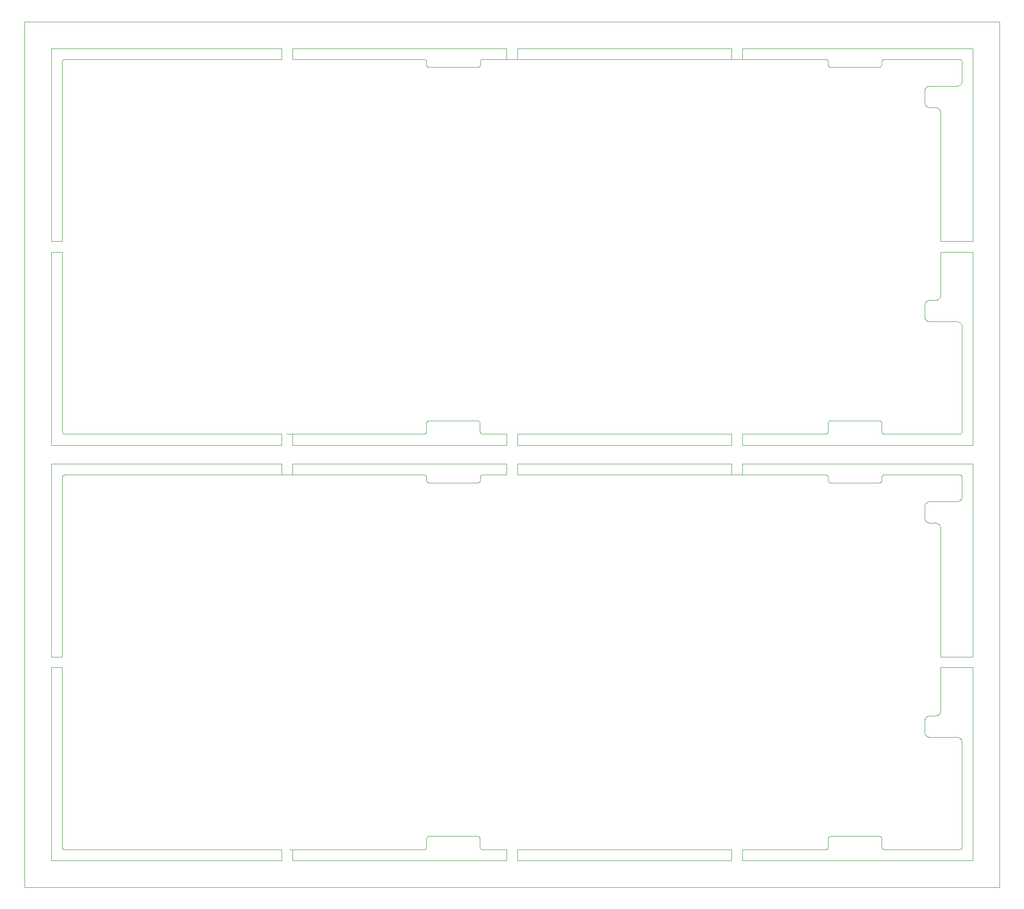
<source format=gbr>
G04 #@! TF.GenerationSoftware,KiCad,Pcbnew,6.0.7*
G04 #@! TF.CreationDate,2022-09-06T12:37:21-05:00*
G04 #@! TF.ProjectId,panel,70616e65-6c2e-46b6-9963-61645f706362,rev?*
G04 #@! TF.SameCoordinates,Original*
G04 #@! TF.FileFunction,Profile,NP*
%FSLAX46Y46*%
G04 Gerber Fmt 4.6, Leading zero omitted, Abs format (unit mm)*
G04 Created by KiCad (PCBNEW 6.0.7) date 2022-09-06 12:37:21*
%MOMM*%
%LPD*%
G01*
G04 APERTURE LIST*
G04 #@! TA.AperFunction,Profile*
%ADD10C,0.100000*%
G04 #@! TD*
G04 APERTURE END LIST*
D10*
X20000000Y-94052664D02*
X20000000Y-58001776D01*
X100136050Y-99817907D02*
X100109259Y-99860892D01*
X99994234Y-167531392D02*
X99997434Y-167556521D01*
X90350318Y-167130036D02*
X90374673Y-167123067D01*
X183559605Y-27105748D02*
X183605644Y-27084595D01*
X189785634Y-91913934D02*
X189825686Y-91882932D01*
X183798701Y-70983082D02*
X183749347Y-70971630D01*
X99950940Y-100897433D02*
X99935005Y-100918200D01*
X90424286Y-167112871D02*
X90449415Y-167109671D01*
X189651372Y-26762311D02*
X189688966Y-26728345D01*
X185000000Y-108607106D02*
X184000000Y-108611776D01*
X175500000Y-92003553D02*
X189500000Y-92001776D01*
X175214365Y-169517487D02*
X175257349Y-169544279D01*
X189673652Y-169575982D02*
X189720197Y-169556008D01*
X99796437Y-101036551D02*
X99749807Y-101060312D01*
X185485301Y-108732759D02*
X185440394Y-108709301D01*
X22302822Y-99647627D02*
X22279802Y-99658203D01*
X165155516Y-167244709D02*
X165193947Y-167211718D01*
X183311033Y-144882313D02*
X183348627Y-144848347D01*
X174525324Y-167107747D02*
X174575713Y-167112871D01*
X189050649Y-71004836D02*
X189000000Y-71003553D01*
X164977069Y-169256787D02*
X164984038Y-169232432D01*
X89997392Y-22449417D02*
X89989727Y-22399353D01*
X189948902Y-22283355D02*
X189924322Y-22239070D01*
X90214365Y-89593171D02*
X90235517Y-89579230D01*
X164575713Y-169601340D02*
X164600649Y-169596870D01*
X164806052Y-169502493D02*
X164844483Y-169469502D01*
X165002565Y-100657690D02*
X165000000Y-100607106D01*
X99749807Y-23456759D02*
X99700949Y-23475517D01*
X90174313Y-89624173D02*
X90214365Y-89593171D01*
X149000000Y-169610644D02*
X164500000Y-169611776D01*
X185979529Y-109405807D02*
X185968077Y-109356453D01*
X174959478Y-167409928D02*
X174977069Y-167457424D01*
X183387894Y-30794328D02*
X183348627Y-30762311D01*
X99700949Y-23475517D02*
X99675851Y-23482953D01*
X174673652Y-167138229D02*
X174697177Y-167147627D01*
X22002565Y-22452968D02*
X22000000Y-22503553D01*
X175002565Y-22452968D02*
X175000000Y-22503553D01*
X22257349Y-91940726D02*
X22302822Y-91963031D01*
X164959478Y-22306375D02*
X164948902Y-22283355D01*
X183428731Y-70824316D02*
X183387894Y-70794328D01*
X164625326Y-91987591D02*
X164673652Y-91972429D01*
X174720197Y-89554650D02*
X174764482Y-89579230D01*
X22350318Y-91980622D02*
X22399350Y-91993317D01*
X186000000Y-109611776D02*
X185998716Y-109556456D01*
X165214365Y-167196724D02*
X165257349Y-167169932D01*
X186000000Y-135606776D02*
X192000000Y-135606776D01*
X175022930Y-169256787D02*
X175040521Y-169304283D01*
X183000000Y-107607106D02*
X183000000Y-105611776D01*
X190000000Y-169107106D02*
X190000000Y-149611776D01*
X22010235Y-100006456D02*
X22005765Y-100031392D01*
X186000000Y-66003553D02*
X186000000Y-58001776D01*
X100000000Y-167607106D02*
X100000000Y-169111776D01*
X183241241Y-27352180D02*
X183275207Y-27314586D01*
X22350318Y-99630036D02*
X22302822Y-99647627D01*
X185101168Y-31008683D02*
X185050649Y-31004836D01*
X165000000Y-90001776D02*
X165002565Y-89952968D01*
X22005765Y-91579266D02*
X22015961Y-91628879D01*
X99806052Y-167211718D02*
X99844483Y-167244709D01*
X90104612Y-89697500D02*
X90137603Y-89659069D01*
X164697177Y-169566584D02*
X164742650Y-169544279D01*
X174968876Y-100780758D02*
X174948902Y-100827303D01*
X183209224Y-27391447D02*
X183241241Y-27352180D01*
X189724792Y-104296072D02*
X189758758Y-104258478D01*
X189879379Y-99781419D02*
X189844483Y-99744709D01*
X89525324Y-169606464D02*
X89550584Y-169604540D01*
X175424286Y-91997787D02*
X175449415Y-92000987D01*
X183652694Y-108544858D02*
X183605644Y-108526063D01*
X183031922Y-105356453D02*
X183045860Y-105307742D01*
X183514698Y-70877899D02*
X183471035Y-70852197D01*
X174673652Y-89534676D02*
X174697177Y-89544074D01*
X185724792Y-144296072D02*
X185758758Y-144258478D01*
X90500000Y-89503553D02*
X99500000Y-89501776D01*
X189994234Y-100031392D02*
X189984038Y-99981779D01*
X99861094Y-23388558D02*
X99818755Y-23419320D01*
X183348627Y-27244794D02*
X183387894Y-27212777D01*
X185918957Y-144001461D02*
X185937752Y-143954411D01*
X164844483Y-99744709D02*
X164825686Y-99727726D01*
X185724792Y-31314586D02*
X185688966Y-31278760D01*
X185724792Y-108918139D02*
X185688966Y-108882313D01*
X183605644Y-144688148D02*
X183652694Y-144669353D01*
X22257349Y-169544279D02*
X22302822Y-169566584D01*
X20000000Y-56001776D02*
X20000000Y-20000000D01*
X185612105Y-108816330D02*
X185571268Y-108786342D01*
X90062826Y-89760902D02*
X90089618Y-89717918D01*
X90002565Y-89952968D02*
X90010235Y-89902903D01*
X183062247Y-27656247D02*
X183081042Y-27609197D01*
X22449415Y-22006118D02*
X22399350Y-22013788D01*
X100137603Y-91848036D02*
X100174313Y-91882932D01*
X174997434Y-100657690D02*
X174989764Y-100707755D01*
X175279802Y-99658203D02*
X175235517Y-99682783D01*
X174989764Y-23104202D02*
X174984038Y-23128879D01*
X183798701Y-144627576D02*
X183848572Y-144618637D01*
X165474675Y-23502911D02*
X165449415Y-23500987D01*
X165000000Y-91503553D02*
X165000000Y-90001776D01*
X164673652Y-91972429D02*
X164697177Y-91963031D01*
X189994869Y-103708274D02*
X189998716Y-103657755D01*
X189500000Y-99607106D02*
X175500000Y-99611776D01*
X90421780Y-101097397D02*
X90396040Y-101092627D01*
X99979445Y-23249990D02*
X99950940Y-23293880D01*
X189879379Y-91829239D02*
X189910381Y-91789187D01*
X183020470Y-147808404D02*
X183011531Y-147758533D01*
X100184036Y-22155503D02*
X100151044Y-22193934D01*
X174862396Y-89659069D02*
X174879379Y-89677866D01*
X183700636Y-108561245D02*
X183652694Y-108544858D01*
X90249990Y-101036567D02*
X90206094Y-101008063D01*
X183348627Y-108365864D02*
X183311033Y-108331898D01*
X175051097Y-169327303D02*
X175075677Y-169371588D01*
X99948902Y-167386908D02*
X99959478Y-167409928D01*
X100089618Y-91789187D02*
X100104612Y-91809605D01*
X185050649Y-31004836D02*
X185000000Y-31003553D01*
X174910381Y-23289187D02*
X174879379Y-23329239D01*
X189918957Y-26397908D02*
X189937752Y-26350858D01*
X89910359Y-99817922D02*
X89879360Y-99777869D01*
X89785634Y-91913934D02*
X89825686Y-91882932D01*
X65000000Y-97552664D02*
X105000000Y-97552664D01*
X174948902Y-23223750D02*
X174924322Y-23268035D01*
X174977069Y-167457424D02*
X174989764Y-167506456D01*
X183005130Y-27902384D02*
X183011531Y-27852125D01*
X165015961Y-89878226D02*
X165031123Y-89829900D01*
X89924298Y-99839074D02*
X89910359Y-99817922D01*
X183471035Y-148455750D02*
X183428731Y-148427869D01*
X174844483Y-167244709D02*
X174862396Y-167262622D01*
X22399350Y-99617341D02*
X22350318Y-99630036D01*
X164825686Y-91882932D02*
X164862396Y-91848036D01*
X89862396Y-91848036D02*
X89895387Y-91809605D01*
X175374673Y-22019514D02*
X175326347Y-22034676D01*
X165174313Y-100986485D02*
X165155516Y-100969502D01*
X183798701Y-30983082D02*
X183749347Y-30971630D01*
X174879379Y-100932792D02*
X174844483Y-100969502D01*
X189440394Y-148709301D02*
X189394355Y-148688148D01*
X89977036Y-22350321D02*
X89959449Y-22302825D01*
X174997434Y-23054137D02*
X174989764Y-23104202D01*
X100077559Y-22326340D02*
X100062398Y-22374669D01*
X164879379Y-99781419D02*
X164844483Y-99744709D01*
X183179236Y-70574821D02*
X183151355Y-70532517D01*
X183700636Y-148561245D02*
X183652694Y-148544858D01*
X183652694Y-27065800D02*
X183700636Y-27049413D01*
X175155516Y-91865949D02*
X175174313Y-91882932D01*
X189897804Y-71563158D02*
X189874346Y-71518251D01*
X89937147Y-22257352D02*
X89924298Y-22235521D01*
X22424286Y-99612871D02*
X22399350Y-99617341D01*
X22075677Y-22239070D02*
X22051097Y-22283355D01*
X164825686Y-99727726D02*
X164785634Y-99696724D01*
X189625326Y-169591144D02*
X189673652Y-169575982D01*
X183001283Y-105556456D02*
X183005130Y-105505937D01*
X189724792Y-148918139D02*
X189688966Y-148882313D01*
X99598709Y-23497256D02*
X99546446Y-23499999D01*
X90206094Y-101008063D02*
X90185326Y-100992128D01*
X189848644Y-71474588D02*
X189820763Y-71432284D01*
X185151427Y-66992021D02*
X185201298Y-66983082D01*
X89999953Y-23000000D02*
X89999313Y-22474676D01*
X174948902Y-89783355D02*
X174959478Y-89806375D01*
X189785634Y-99696724D02*
X189764482Y-99682783D01*
X185201298Y-66983082D02*
X185250652Y-66971630D01*
X165051097Y-167386908D02*
X165062826Y-167364455D01*
X100062398Y-99978222D02*
X100056674Y-100002900D01*
X175089618Y-99821471D02*
X175075677Y-99842623D01*
X99899986Y-23353539D02*
X99861094Y-23388558D01*
X22000000Y-91501776D02*
X22000641Y-91528877D01*
X165000641Y-167581781D02*
X165002565Y-167556521D01*
X175449415Y-169604540D02*
X175500000Y-169607106D01*
X90137603Y-89659069D02*
X90174313Y-89624173D01*
X100000000Y-90003553D02*
X100000000Y-91501776D01*
X183898831Y-30998422D02*
X183848572Y-30992021D01*
X183001283Y-27952903D02*
X183005130Y-27902384D01*
X174764482Y-101031428D02*
X174720197Y-101056008D01*
X63000000Y-22000702D02*
X22500000Y-22001776D01*
X165120620Y-167281419D02*
X165155516Y-167244709D01*
X183949350Y-27004836D02*
X184000000Y-27003553D01*
X175022930Y-91653234D02*
X175040521Y-91700730D01*
X175000641Y-91528877D02*
X175005765Y-91579266D01*
X183700636Y-70957692D02*
X183652694Y-70941305D01*
X99989764Y-89902903D02*
X99994234Y-89927839D01*
X175010235Y-22402903D02*
X175002565Y-22452968D01*
X183209224Y-144995000D02*
X183241241Y-144955733D01*
X99959478Y-167409928D02*
X99977069Y-167457424D01*
X22120620Y-169432792D02*
X22155516Y-169469502D01*
X99840327Y-101008046D02*
X99796437Y-101036551D01*
X89720188Y-22051098D02*
X89697170Y-22040522D01*
X100302822Y-169566584D02*
X100350318Y-169584175D01*
X183749347Y-108575183D02*
X183700636Y-108561245D01*
X100062826Y-169349756D02*
X100089618Y-169392740D01*
X189394355Y-26922510D02*
X189440394Y-26901357D01*
X174989764Y-100707755D02*
X174984038Y-100732432D01*
X174968876Y-23177205D02*
X174948902Y-23223750D01*
X183081042Y-70397908D02*
X183062247Y-70350858D01*
X185528964Y-31154908D02*
X185485301Y-31129206D01*
X90473831Y-101102867D02*
X90421780Y-101097397D01*
X189299363Y-26957692D02*
X189347305Y-26941305D01*
X164785634Y-99696724D02*
X164764482Y-99682783D01*
X164742650Y-22066379D02*
X164697177Y-22044074D01*
X185101168Y-66998422D02*
X185151427Y-66992021D01*
X164994234Y-169182819D02*
X164997434Y-169157690D01*
X175424286Y-22009318D02*
X175374673Y-22019514D01*
X165120620Y-100932792D02*
X165089618Y-100892740D01*
X174742650Y-23440726D02*
X174697177Y-23463031D01*
X189825686Y-22124173D02*
X189785634Y-22093171D01*
X175235517Y-99682783D02*
X175193947Y-99711718D01*
X185848644Y-31474588D02*
X185820763Y-31432284D01*
X175051097Y-99886908D02*
X175040521Y-99909928D01*
X100372787Y-99634665D02*
X100326241Y-99654637D01*
X183151355Y-70532517D02*
X183125653Y-70488854D01*
X175155516Y-99744709D02*
X175120620Y-99781419D01*
X22174313Y-22124173D02*
X22137603Y-22159069D01*
X184000000Y-108611776D02*
X183949350Y-108605822D01*
X183081042Y-105212750D02*
X183102195Y-105166711D01*
X147000000Y-92002261D02*
X147000000Y-94052664D01*
X99977069Y-89853871D02*
X99989764Y-89902903D01*
X175005765Y-91579266D02*
X175015961Y-91628879D01*
X164879379Y-169432792D02*
X164910381Y-169392740D01*
X89742641Y-99666381D02*
X89697170Y-99644075D01*
X189998716Y-71952903D02*
X189994869Y-71902384D01*
X185998716Y-66054202D02*
X186000000Y-66003553D01*
X174575713Y-23497787D02*
X174550584Y-23500987D01*
X185758758Y-66654925D02*
X185790775Y-66615658D01*
X175302822Y-99647627D02*
X175279802Y-99658203D01*
X183605644Y-148526063D02*
X183559605Y-148504910D01*
X100000000Y-169111776D02*
X100002565Y-169157690D01*
X164910381Y-99821471D02*
X164879379Y-99781419D01*
X90302822Y-89544074D02*
X90350318Y-89526483D01*
X165474675Y-101106464D02*
X165424286Y-101101340D01*
X175155516Y-169469502D02*
X175193947Y-169502493D01*
X89994234Y-169182819D02*
X89997434Y-169157690D01*
X165424286Y-89509318D02*
X165474675Y-89504194D01*
X90002696Y-100655818D02*
X90000640Y-100629721D01*
X183045860Y-107906469D02*
X183031922Y-107857758D01*
X107000000Y-99602313D02*
X107000000Y-97552664D01*
X99935005Y-23314647D02*
X99899986Y-23353539D01*
X99742650Y-167169932D02*
X99785634Y-167196724D01*
X189937752Y-26350858D02*
X189954139Y-26302916D01*
X89844483Y-91865949D02*
X89862396Y-91848036D01*
X99625326Y-167123067D02*
X99673652Y-167138229D01*
X189758758Y-104258478D02*
X189790775Y-104219211D01*
X89673646Y-99634677D02*
X89625321Y-99619514D01*
X20000000Y-133606776D02*
X20000000Y-97552664D01*
X183471035Y-108455750D02*
X183428731Y-108427869D01*
X90214365Y-167196724D02*
X90257349Y-167169932D01*
X183001283Y-107657755D02*
X183000000Y-107607106D01*
X147000000Y-94052664D02*
X107000000Y-94052664D01*
X174785634Y-101017487D02*
X174764482Y-101031428D01*
X189201298Y-104586635D02*
X189250652Y-104575183D01*
X89910381Y-91789187D02*
X89937173Y-91746203D01*
X175500000Y-22001776D02*
X175424286Y-22009318D01*
X165302822Y-167147627D02*
X165350318Y-167130036D01*
X164673652Y-99638229D02*
X164625326Y-99623067D01*
X189201298Y-148627576D02*
X189151427Y-148618637D01*
X100550000Y-99601776D02*
X100470730Y-99609312D01*
X189790775Y-71391447D02*
X189758758Y-71352180D01*
X100015961Y-91628879D02*
X100022930Y-91653234D01*
X90040521Y-167409928D02*
X90062826Y-167364455D01*
X185250652Y-66971630D02*
X185299363Y-66957692D01*
X100350318Y-91980622D02*
X100399350Y-91993317D01*
X164948902Y-91723750D02*
X164959478Y-91700730D01*
X183102195Y-67563158D02*
X183125653Y-67518251D01*
X165424286Y-167112871D02*
X165449415Y-167109671D01*
X183471035Y-27154908D02*
X183514698Y-27129206D01*
X189874346Y-149121804D02*
X189848644Y-149078141D01*
X183471035Y-104758461D02*
X183514698Y-104732759D01*
X189347305Y-148669353D02*
X189299363Y-148652966D01*
X183020470Y-105405807D02*
X183031922Y-105356453D01*
X183559605Y-67105748D02*
X183605644Y-67084595D01*
X185050649Y-108608389D02*
X185000000Y-108607106D01*
X189758758Y-71352180D02*
X189724792Y-71314586D01*
X89924298Y-22235521D02*
X89910359Y-22214369D01*
X183241241Y-30654925D02*
X183209224Y-30615658D01*
X189347305Y-26941305D02*
X189394355Y-26922510D01*
X65000000Y-171611776D02*
X65000000Y-169610068D01*
X183605644Y-30922510D02*
X183559605Y-30901357D01*
X183209224Y-104995000D02*
X183241241Y-104955733D01*
X99861094Y-100992111D02*
X99840327Y-101008046D01*
X185440394Y-31105748D02*
X185394355Y-31084595D01*
X189101168Y-26998422D02*
X189151427Y-26992021D01*
X100022930Y-169256787D02*
X100040521Y-169304283D01*
X189500000Y-92001776D02*
X189525324Y-92002911D01*
X183275207Y-67314586D02*
X183311033Y-67278760D01*
X185528964Y-108758461D02*
X185485301Y-108732759D01*
X90022930Y-89853871D02*
X90031123Y-89829900D01*
X189201298Y-71024023D02*
X189151427Y-71015084D01*
X190000000Y-103607106D02*
X190000000Y-100111776D01*
X100097531Y-22279794D02*
X100077559Y-22326340D01*
X65000000Y-94052664D02*
X65000000Y-92002425D01*
X183151355Y-148136070D02*
X183125653Y-148092407D01*
X189895387Y-99801053D02*
X189879379Y-99781419D01*
X189600649Y-22013788D02*
X189550584Y-22006118D01*
X99600649Y-167117341D02*
X99625326Y-167123067D01*
X175005765Y-169182819D02*
X175015961Y-169232432D01*
X189347305Y-104544858D02*
X189394355Y-104526063D01*
X175374673Y-169591144D02*
X175424286Y-169601340D01*
X185299363Y-144561245D02*
X185347305Y-144544858D01*
X22062826Y-99864455D02*
X22051097Y-99886908D01*
X185968077Y-143857758D02*
X185979529Y-143808404D01*
X90370585Y-23482963D02*
X90320809Y-23466791D01*
X165022930Y-23153234D02*
X165015961Y-23128879D01*
X99879379Y-167281419D02*
X99910381Y-167321471D01*
X174999358Y-100632430D02*
X174997434Y-100657690D01*
X183005130Y-30104721D02*
X183001283Y-30054202D01*
X100029400Y-23129404D02*
X100013225Y-23179177D01*
X189984038Y-99981779D02*
X189977069Y-99957424D01*
X183045860Y-27704189D02*
X183062247Y-27656247D01*
X183348627Y-144848347D02*
X183387894Y-144816330D01*
X100015961Y-169232432D02*
X100022930Y-169256787D01*
X165010235Y-89902903D02*
X165015961Y-89878226D01*
X22474675Y-99607747D02*
X22424286Y-99612871D01*
X175051097Y-91723750D02*
X175075677Y-91768035D01*
X22040521Y-22306375D02*
X22022930Y-22353871D01*
X189820763Y-26574821D02*
X189848644Y-26532517D01*
X90235517Y-89579230D02*
X90279802Y-89554650D01*
X183798701Y-104627576D02*
X183848572Y-104618637D01*
X189724792Y-26692519D02*
X189758758Y-26654925D01*
X189575713Y-99612871D02*
X189525324Y-99607747D01*
X165374673Y-89519514D02*
X165399350Y-89513788D01*
X90024438Y-100758064D02*
X90010888Y-100707511D01*
X185201298Y-108627576D02*
X185151427Y-108618637D01*
X100040521Y-91700730D02*
X100062826Y-91746203D01*
X183062247Y-147954411D02*
X183045860Y-147906469D01*
X189485301Y-148732759D02*
X189440394Y-148709301D01*
X185954139Y-31704189D02*
X185937752Y-31656247D01*
X100399350Y-169596870D02*
X100449415Y-169604540D01*
X165015961Y-167481779D02*
X165031123Y-167433453D01*
X190000000Y-26003553D02*
X189999358Y-22478228D01*
X183898831Y-67008683D02*
X183949350Y-67004836D01*
X164785634Y-91913934D02*
X164825686Y-91882932D01*
X89825686Y-169486485D02*
X89844483Y-169469502D01*
X100174313Y-91882932D02*
X100214365Y-91913934D01*
X20000000Y-58001776D02*
X22000000Y-58001776D01*
X183428731Y-108427869D02*
X183387894Y-108397881D01*
X22302822Y-91963031D02*
X22350318Y-91980622D01*
X183125653Y-27518251D02*
X183151355Y-27474588D01*
X63000000Y-171611776D02*
X20000000Y-171611776D01*
X164977069Y-22353871D02*
X164959478Y-22306375D01*
X185394355Y-31084595D02*
X185347305Y-31065800D01*
X175089618Y-22217918D02*
X175075677Y-22239070D01*
X99773433Y-23445489D02*
X99749807Y-23456759D01*
X99625326Y-89519514D02*
X99649681Y-89526483D01*
X164575713Y-91997787D02*
X164625326Y-91987591D01*
X189998716Y-103657755D02*
X190000000Y-103607106D01*
X100052206Y-22424283D02*
X100049007Y-22449414D01*
X175022930Y-99957424D02*
X175010235Y-100006456D01*
X165214365Y-23413934D02*
X165174313Y-23382932D01*
X183275207Y-144918139D02*
X183311033Y-144882313D01*
X89937173Y-91746203D02*
X89959478Y-91700730D01*
X189806052Y-169502493D02*
X189844483Y-169469502D01*
X164550584Y-22006118D02*
X164500000Y-22003553D01*
X174673652Y-23472429D02*
X174625326Y-23487591D01*
X90000640Y-100629721D02*
X90000000Y-100101776D01*
X22051097Y-91723750D02*
X22075677Y-91768035D01*
X183179236Y-67432284D02*
X183209224Y-67391447D01*
X175075677Y-169371588D02*
X175089618Y-169392740D01*
X183000000Y-105611776D02*
X183001283Y-105556456D01*
X175257349Y-22066379D02*
X175214365Y-22093171D01*
X185979529Y-143808404D02*
X185988468Y-143758533D01*
X183081042Y-30397908D02*
X183062247Y-30350858D01*
X183428731Y-144786342D02*
X183471035Y-144758461D01*
X165279802Y-89554650D02*
X165326347Y-89534676D01*
X183011531Y-107758533D02*
X183005130Y-107708274D01*
X165089618Y-89717918D02*
X165104612Y-89697500D01*
X90374673Y-167123067D02*
X90424286Y-167112871D01*
X100056674Y-100002900D02*
X100052206Y-100027836D01*
X165051097Y-100827303D02*
X165040521Y-100804283D01*
X189485301Y-26877899D02*
X189528964Y-26852197D01*
X89825686Y-91882932D02*
X89844483Y-91865949D01*
X189924322Y-22239070D02*
X189910381Y-22217918D01*
X189897804Y-104047500D02*
X189918957Y-104001461D01*
X189954139Y-149307742D02*
X189937752Y-149259800D01*
X183000000Y-147607106D02*
X183000000Y-145611776D01*
X22089618Y-99821471D02*
X22062826Y-99864455D01*
X164879379Y-91829239D02*
X164910381Y-91789187D01*
X164764482Y-99682783D02*
X164720197Y-99658203D01*
X90350318Y-89526483D02*
X90374673Y-89519514D01*
X107000000Y-92003372D02*
X147000000Y-92002261D01*
X175075677Y-91768035D02*
X175089618Y-91789187D01*
X183275207Y-148296072D02*
X183241241Y-148258478D01*
X189977069Y-91653234D02*
X189989764Y-91604202D01*
X100303786Y-99666365D02*
X100260801Y-99693156D01*
X174910381Y-167321471D02*
X174924322Y-167342623D01*
X100045759Y-23026167D02*
X100040284Y-23078214D01*
X90031123Y-167433453D02*
X90040521Y-167409928D01*
X189250652Y-148639028D02*
X189201298Y-148627576D01*
X99725624Y-101070331D02*
X99675851Y-101086506D01*
X175326347Y-22034676D02*
X175302822Y-22044074D01*
X99720197Y-89554650D02*
X99764482Y-89579230D01*
X189651372Y-104365864D02*
X189688966Y-104331898D01*
X189000000Y-104611776D02*
X189050649Y-104605822D01*
X107000000Y-169607580D02*
X147000000Y-169610499D01*
X99624661Y-23493837D02*
X99598709Y-23497256D01*
X183125653Y-70488854D02*
X183102195Y-70443947D01*
X89997434Y-169157690D02*
X90000000Y-169107106D01*
X189101168Y-104601975D02*
X189151427Y-104595574D01*
X63000000Y-97552664D02*
X63000000Y-99606805D01*
X175000000Y-90003553D02*
X175000000Y-91501776D01*
X89994234Y-91579266D02*
X89997434Y-91554137D01*
X183605644Y-104688148D02*
X183652694Y-104669353D01*
X185968077Y-31752900D02*
X185954139Y-31704189D01*
X185937752Y-66350858D02*
X185954139Y-66302916D01*
X100201950Y-22137589D02*
X100184036Y-22155503D01*
X183652694Y-144669353D02*
X183700636Y-144652966D01*
X185937752Y-109259800D02*
X185918957Y-109212750D01*
X174924322Y-100871588D02*
X174910381Y-100892740D01*
X183848572Y-70992021D02*
X183798701Y-70983082D01*
X174500000Y-101107106D02*
X165500000Y-101111776D01*
X185897804Y-31563158D02*
X185874346Y-31518251D01*
X164948902Y-99886908D02*
X164924322Y-99842623D01*
X183005130Y-107708274D02*
X183001283Y-107657755D01*
X175214365Y-22093171D02*
X175174313Y-22124173D01*
X189959478Y-91700730D02*
X189977069Y-91653234D01*
X189394355Y-104526063D02*
X189440394Y-104504910D01*
X189151427Y-26992021D02*
X189201298Y-26983082D01*
X164862396Y-91848036D02*
X164879379Y-91829239D01*
X183348627Y-104848347D02*
X183387894Y-104816330D01*
X189937752Y-71656247D02*
X189918957Y-71609197D01*
X105000000Y-22001899D02*
X107000000Y-22001955D01*
X192000000Y-20000000D02*
X192000000Y-56001776D01*
X185299363Y-66957692D02*
X185347305Y-66941305D01*
X90000000Y-169107106D02*
X90000000Y-167611776D01*
X165075677Y-23268035D02*
X165051097Y-23223750D01*
X99550584Y-167109671D02*
X99600649Y-167117341D01*
X189844483Y-169469502D02*
X189879379Y-169432792D01*
X164785634Y-22093171D02*
X164742650Y-22066379D01*
X90146429Y-100957109D02*
X90128409Y-100938121D01*
X100302822Y-91963031D02*
X100350318Y-91980622D01*
X105000000Y-92003428D02*
X105000000Y-94052664D01*
X175120620Y-91829239D02*
X175155516Y-91865949D01*
X22104612Y-99801053D02*
X22089618Y-99821471D01*
X183081042Y-145212750D02*
X183102195Y-145166711D01*
X90296624Y-101060326D02*
X90249990Y-101036567D01*
X189924322Y-169371588D02*
X189948902Y-169327303D01*
X183798701Y-27024023D02*
X183848572Y-27015084D01*
X185874346Y-109121804D02*
X185848644Y-109078141D01*
X63000000Y-20000000D02*
X63000000Y-22000702D01*
X100040284Y-23078214D02*
X100035512Y-23103952D01*
X183081042Y-27609197D02*
X183102195Y-27563158D01*
X183125653Y-145121804D02*
X183151355Y-145078141D01*
X183428731Y-30824316D02*
X183387894Y-30794328D01*
X183001283Y-67952903D02*
X183005130Y-67902384D01*
X165015961Y-23128879D02*
X165005765Y-23079266D01*
X164785634Y-169517487D02*
X164806052Y-169502493D01*
X22500000Y-99611776D02*
X22474675Y-99607747D01*
X183020470Y-27802254D02*
X183031922Y-27752900D01*
X183848572Y-144618637D02*
X183898831Y-144612236D01*
X65000000Y-92002425D02*
X63882360Y-92002455D01*
X183348627Y-30762311D02*
X183311033Y-30728345D01*
X164697177Y-22044074D02*
X164673652Y-22034676D01*
X90474675Y-89504194D02*
X90500000Y-89503553D01*
X89844467Y-22137606D02*
X89825671Y-22120623D01*
X22500000Y-92003553D02*
X63000000Y-92002478D01*
X175500000Y-99611776D02*
X175474675Y-99607747D01*
X183031922Y-70254205D02*
X183020470Y-70204851D01*
X183005130Y-105505937D02*
X183011531Y-105455678D01*
X100029400Y-100732957D02*
X100013225Y-100782730D01*
X183000000Y-68001776D02*
X183001283Y-67952903D01*
X165374673Y-101091144D02*
X165326347Y-101075982D01*
X186000000Y-58001776D02*
X192000000Y-58001776D01*
X63882360Y-92002455D02*
X89500000Y-92001776D01*
X185612105Y-144397881D02*
X185651372Y-144365864D01*
X165089618Y-23289187D02*
X165075677Y-23268035D01*
X183387894Y-104816330D02*
X183428731Y-104786342D01*
X183209224Y-148219211D02*
X183179236Y-148178374D01*
X22214365Y-99696724D02*
X22174313Y-99727726D01*
X99697177Y-89544074D02*
X99720197Y-89554650D01*
X165155516Y-89641156D02*
X165174313Y-89624173D01*
X174999358Y-23028877D02*
X174997434Y-23054137D01*
X189844483Y-22141156D02*
X189825686Y-22124173D01*
X174910381Y-89717918D02*
X174924322Y-89739070D01*
X99749807Y-101060312D02*
X99725624Y-101070331D01*
X183045860Y-105307742D02*
X183062247Y-105259800D01*
X183428731Y-148427869D02*
X183387894Y-148397881D01*
X22302822Y-169566584D02*
X22350318Y-169584175D01*
X165040521Y-100804283D02*
X165022930Y-100756787D01*
X22022930Y-22353871D02*
X22010235Y-22402903D01*
X183241241Y-108258478D02*
X183209224Y-108219211D01*
X99785634Y-167196724D02*
X99806052Y-167211718D01*
X183241241Y-67352180D02*
X183275207Y-67314586D01*
X100396759Y-22022919D02*
X100372787Y-22031112D01*
X100500000Y-92003553D02*
X105000000Y-92003428D01*
X99675851Y-101086506D02*
X99650399Y-101092618D01*
X185201298Y-31024023D02*
X185151427Y-31015084D01*
X185528964Y-66852197D02*
X185571268Y-66824316D01*
X185612105Y-66794328D02*
X185651372Y-66762311D01*
X99862396Y-167262622D02*
X99879379Y-167281419D01*
X185994869Y-143708274D02*
X185998716Y-143657755D01*
X22015961Y-91628879D02*
X22031123Y-91677205D01*
X183605644Y-27084595D02*
X183652694Y-27065800D01*
X185954139Y-109307742D02*
X185937752Y-109259800D01*
X147000000Y-97552664D02*
X147000000Y-99605647D01*
X22350318Y-22026483D02*
X22302822Y-22044074D01*
X100013225Y-23179177D02*
X100003206Y-23203360D01*
X185000000Y-144611776D02*
X185050649Y-144605822D01*
X185848644Y-109078141D02*
X185820763Y-109035837D01*
X174625326Y-23487591D02*
X174575713Y-23497787D01*
X189612105Y-26794328D02*
X189651372Y-26762311D01*
X65000000Y-169610068D02*
X64374997Y-169610024D01*
X100155516Y-169469502D02*
X100193947Y-169502493D01*
X184000000Y-67003553D02*
X185050649Y-67002269D01*
X183005130Y-147708274D02*
X183001283Y-147657755D01*
X185790775Y-144219211D02*
X185820763Y-144178374D01*
X15000000Y-15000000D02*
X15000000Y-176611776D01*
X185571268Y-108786342D02*
X185528964Y-108758461D01*
X189879379Y-22177866D02*
X189844483Y-22141156D01*
X164525324Y-92002911D02*
X164575713Y-91997787D01*
X89968876Y-169280758D02*
X89984038Y-169232432D01*
X100002565Y-169157690D02*
X100005765Y-169182819D01*
X189988468Y-71852125D02*
X189979529Y-71802254D01*
X185485301Y-144481452D02*
X185528964Y-144455750D01*
X192000000Y-94052664D02*
X149000000Y-94052664D01*
X189688966Y-148882313D02*
X189651372Y-148848347D01*
X189820763Y-71432284D02*
X189790775Y-71391447D01*
X183898831Y-70998422D02*
X183848572Y-70992021D01*
X189977069Y-99957424D02*
X189959478Y-99909928D01*
X175302822Y-22044074D02*
X175257349Y-22066379D01*
X22257349Y-22066379D02*
X22214365Y-22093171D01*
X175302822Y-169566584D02*
X175326347Y-169575982D01*
X89968844Y-99929903D02*
X89948874Y-99883359D01*
X185874346Y-31518251D02*
X185848644Y-31474588D01*
X189977069Y-169256787D02*
X189984038Y-169232432D01*
X183798701Y-108586635D02*
X183749347Y-108575183D01*
X183275207Y-104918139D02*
X183311033Y-104882313D01*
X197000000Y-15000000D02*
X15000000Y-15000000D01*
X100013225Y-100782730D02*
X100003206Y-100806913D01*
X89968876Y-91677205D02*
X89984038Y-91628879D01*
X183001283Y-147657755D02*
X183000000Y-147607106D01*
X90010235Y-89902903D02*
X90022930Y-89853871D01*
X185528964Y-144455750D02*
X185571268Y-144427869D01*
X100097531Y-99883347D02*
X100077559Y-99929893D01*
X22000000Y-22503553D02*
X22000000Y-56001776D01*
X90155516Y-167244709D02*
X90193947Y-167211718D01*
X185968077Y-66254205D02*
X185979529Y-66204851D01*
X165257349Y-23440726D02*
X165214365Y-23413934D01*
X183241241Y-144955733D02*
X183275207Y-144918139D01*
X22214365Y-91913934D02*
X22257349Y-91940726D01*
X183081042Y-148001461D02*
X183062247Y-147954411D01*
X184000000Y-144607106D02*
X185000000Y-144611776D01*
X89989727Y-22399353D02*
X89977036Y-22350321D01*
X183348627Y-67244794D02*
X183387894Y-67212777D01*
X185790775Y-66615658D02*
X185820763Y-66574821D01*
X189910381Y-22217918D02*
X189879379Y-22177866D01*
X183700636Y-104652966D02*
X183749347Y-104639028D01*
X175474675Y-99607747D02*
X175424286Y-99612871D01*
X189994869Y-26104721D02*
X189998716Y-26054202D01*
X183949350Y-148605822D02*
X183898831Y-148601975D01*
X22010235Y-22402903D02*
X22002565Y-22452968D01*
X164625326Y-22019514D02*
X164600649Y-22013788D01*
X185918957Y-66397908D02*
X185937752Y-66350858D01*
X89500000Y-99603553D02*
X22500000Y-99611776D01*
X89697170Y-99644075D02*
X89673646Y-99634677D01*
X189989764Y-91604202D02*
X189997434Y-91554137D01*
X22000000Y-169111776D02*
X22002565Y-169157690D01*
X189790775Y-148995000D02*
X189758758Y-148955733D01*
X183151355Y-145078141D02*
X183179236Y-145035837D01*
X185968077Y-109356453D02*
X185954139Y-109307742D01*
X189250652Y-26971630D02*
X189299363Y-26957692D01*
X164997434Y-91554137D02*
X165000000Y-91503553D01*
X100022930Y-91653234D02*
X100040521Y-91700730D01*
X185651372Y-31244794D02*
X185612105Y-31212777D01*
X183031922Y-107857758D02*
X183020470Y-107808404D01*
X175326347Y-91972429D02*
X175374673Y-91987591D01*
X22000000Y-135606776D02*
X22000000Y-169111776D01*
X174879379Y-89677866D02*
X174910381Y-89717918D01*
X189820763Y-149035837D02*
X189790775Y-148995000D01*
X185758758Y-144258478D02*
X185790775Y-144219211D01*
X174625326Y-167123067D02*
X174673652Y-167138229D01*
X183652694Y-104669353D02*
X183700636Y-104652966D01*
X22449415Y-92000987D02*
X22500000Y-92003553D01*
X189528964Y-148758461D02*
X189485301Y-148732759D01*
X183949350Y-67004836D02*
X184000000Y-67003553D01*
X189848644Y-104136070D02*
X189874346Y-104092407D01*
X183749347Y-148575183D02*
X183700636Y-148561245D01*
X183005130Y-70104721D02*
X183001283Y-70054202D01*
X189848644Y-26532517D02*
X189874346Y-26488854D01*
X174500000Y-167111776D02*
X174525324Y-167107747D01*
X189500000Y-169611776D02*
X189525324Y-169606464D01*
X183000000Y-70003553D02*
X183000000Y-68001776D01*
X107000000Y-94052664D02*
X107000000Y-92003372D01*
X189299363Y-104561245D02*
X189347305Y-104544858D01*
X90080641Y-23272323D02*
X90054469Y-23226998D01*
X189250652Y-71035475D02*
X189201298Y-71024023D01*
X164600649Y-99617341D02*
X164575713Y-99612871D01*
X100104612Y-169413158D02*
X100120620Y-169432792D01*
X189968077Y-71752900D02*
X189954139Y-71704189D01*
X183179236Y-108178374D02*
X183151355Y-108136070D01*
X99895387Y-89697500D02*
X99910381Y-89717918D01*
X100281954Y-22075663D02*
X100240381Y-22104597D01*
X89697177Y-91963031D02*
X89720197Y-91952455D01*
X183125653Y-108092407D02*
X183102195Y-108047500D01*
X174825686Y-89624173D02*
X174862396Y-89659069D01*
X189937752Y-149259800D02*
X189918957Y-149212750D01*
X185988468Y-66154980D02*
X185994869Y-66104721D01*
X189968077Y-103857758D02*
X189979529Y-103808404D01*
X99525324Y-167107747D02*
X99550584Y-167109671D01*
X185874346Y-66488854D02*
X185897804Y-66443947D01*
X185347305Y-31065800D02*
X185299363Y-31049413D01*
X189720197Y-99658203D02*
X189673652Y-99638229D01*
X189528964Y-104455750D02*
X189571268Y-104427869D01*
X165174313Y-23382932D02*
X165155516Y-23365949D01*
X20000000Y-20000000D02*
X63000000Y-20000000D01*
X89806039Y-99708167D02*
X89785622Y-99693173D01*
X183311033Y-148331898D02*
X183275207Y-148296072D01*
X99818755Y-23419320D02*
X99773433Y-23445489D01*
X183179236Y-148178374D02*
X183151355Y-148136070D01*
X90137603Y-167262622D02*
X90155516Y-167244709D01*
X189612105Y-148816330D02*
X189571268Y-148786342D01*
X189625326Y-91987591D02*
X189673652Y-91972429D01*
X165022930Y-100756787D02*
X165010235Y-100707755D01*
X164673652Y-169575982D02*
X164697177Y-169566584D01*
X175302822Y-91963031D02*
X175326347Y-91972429D01*
X89984038Y-91628879D02*
X89994234Y-91579266D01*
X183179236Y-30574821D02*
X183151355Y-30532517D01*
X189994869Y-149505937D02*
X189988468Y-149455678D01*
X100201950Y-99741142D02*
X100167053Y-99777853D01*
X185994869Y-31902384D02*
X185988468Y-31852125D01*
X89844483Y-169469502D02*
X89879379Y-169432792D01*
X22051097Y-22283355D02*
X22040521Y-22306375D01*
X22089618Y-169392740D02*
X22120620Y-169432792D01*
X183514698Y-148481452D02*
X183471035Y-148455750D01*
X89977036Y-99953874D02*
X89968844Y-99929903D01*
X165500000Y-167107106D02*
X174500000Y-167111776D01*
X100077559Y-99929893D02*
X100062398Y-99978222D01*
X183241241Y-148258478D02*
X183209224Y-148219211D01*
X149000000Y-99605814D02*
X149000000Y-97552664D01*
X185151427Y-31015084D02*
X185101168Y-31008683D01*
X184000000Y-27003553D02*
X189050649Y-27002269D01*
X89997392Y-100052970D02*
X89989727Y-100002906D01*
X90054469Y-100830551D02*
X90033178Y-100782740D01*
X63000000Y-169609928D02*
X63000000Y-171611776D01*
X183125653Y-67518251D02*
X183151355Y-67474588D01*
X183151355Y-67474588D02*
X183179236Y-67432284D01*
X65000000Y-20000000D02*
X105000000Y-20000000D01*
X165051097Y-23223750D02*
X165040521Y-23200730D01*
X174697177Y-89544074D02*
X174720197Y-89554650D01*
X164959478Y-91700730D02*
X164977069Y-91653234D01*
X183005130Y-67902384D02*
X183011531Y-67852125D01*
X185758758Y-108955733D02*
X185724792Y-108918139D01*
X100040284Y-100681767D02*
X100029400Y-100732957D01*
X183514698Y-104732759D02*
X183559605Y-104709301D01*
X175374673Y-91987591D02*
X175424286Y-91997787D01*
X175010235Y-100006456D02*
X175002565Y-100056521D01*
X185954139Y-143906469D02*
X185968077Y-143857758D01*
X89959449Y-22302825D02*
X89937147Y-22257352D01*
X164997434Y-22452968D02*
X164989764Y-22402903D01*
X183062247Y-67656247D02*
X183081042Y-67609197D01*
X189528964Y-26852197D02*
X189571268Y-26824316D01*
X165104612Y-167301053D02*
X165120620Y-167281419D01*
X99937173Y-167364455D02*
X99948902Y-167386908D01*
X183011531Y-147758533D02*
X183005130Y-147708274D01*
X189394355Y-71084595D02*
X189347305Y-71065800D01*
X189758758Y-26654925D02*
X189790775Y-26615658D01*
X165500000Y-23501776D02*
X165474675Y-23502911D01*
X174997434Y-89952968D02*
X175000000Y-90003553D01*
X100521121Y-22000639D02*
X100495861Y-22002560D01*
X20000000Y-171611776D02*
X20000000Y-135606776D01*
X164720197Y-91952455D02*
X164764482Y-91927875D01*
X183000000Y-145611776D02*
X183001283Y-145556456D01*
X183031922Y-145356453D02*
X183045860Y-145307742D01*
X185994869Y-109505937D02*
X185988468Y-109455678D01*
X22399350Y-169596870D02*
X22449415Y-169604540D01*
X22500000Y-22001776D02*
X22449415Y-22006118D01*
X185994869Y-66104721D02*
X185998716Y-66054202D01*
X100049007Y-22449414D02*
X100046447Y-22499999D01*
X185688966Y-66728345D02*
X185724792Y-66692519D01*
X185954139Y-66302916D02*
X185968077Y-66254205D01*
X175051097Y-22283355D02*
X175040521Y-22306375D01*
X90320809Y-23466791D02*
X90272995Y-23445504D01*
X185688966Y-144331898D02*
X185724792Y-144296072D01*
X147000000Y-22003066D02*
X149000000Y-22003122D01*
X99844483Y-167244709D02*
X99862396Y-167262622D01*
X100122110Y-22235507D02*
X100097531Y-22279794D01*
X165257349Y-101044279D02*
X165214365Y-101017487D01*
X185998716Y-143657755D02*
X186000000Y-143607106D01*
X99575713Y-89509318D02*
X99625326Y-89519514D01*
X189897804Y-149166711D02*
X189874346Y-149121804D01*
X149000000Y-20000000D02*
X192000000Y-20000000D01*
X165214365Y-101017487D02*
X165174313Y-100986485D01*
X89600649Y-169596870D02*
X89649681Y-169584175D01*
X183559605Y-148504910D02*
X183514698Y-148481452D01*
X183387894Y-70794328D02*
X183348627Y-70762311D01*
X165075677Y-100871588D02*
X165051097Y-100827303D01*
X183011531Y-27852125D02*
X183020470Y-27802254D01*
X183798701Y-67024023D02*
X183848572Y-67015084D01*
X164989764Y-22402903D02*
X164977069Y-22353871D01*
X185050649Y-144605822D02*
X185101168Y-144601975D01*
X65000000Y-22000649D02*
X65000000Y-20000000D01*
X147000000Y-99605647D02*
X149000000Y-99605814D01*
X100120620Y-169432792D02*
X100155516Y-169469502D01*
X174575713Y-101101340D02*
X174525324Y-101106464D01*
X189050649Y-148608389D02*
X189000000Y-148607106D01*
X22155516Y-169469502D02*
X22193947Y-169502493D01*
X165120620Y-89677866D02*
X165155516Y-89641156D01*
X174977069Y-89853871D02*
X174989764Y-89902903D01*
X100214365Y-169517487D02*
X100257349Y-169544279D01*
X183848572Y-67015084D02*
X183898831Y-67008683D01*
X175002565Y-169157690D02*
X175005765Y-169182819D01*
X183081042Y-108001461D02*
X183062247Y-107954411D01*
X90031123Y-89829900D02*
X90040521Y-89806375D01*
X175279802Y-91952455D02*
X175302822Y-91963031D01*
X183031922Y-27752900D02*
X183045860Y-27704189D01*
X99910381Y-167321471D02*
X99937173Y-167364455D01*
X174844483Y-100969502D02*
X174825686Y-100986485D01*
X183311033Y-70728345D02*
X183275207Y-70692519D01*
X185485301Y-31129206D02*
X185440394Y-31105748D01*
X89879360Y-99777869D02*
X89844467Y-99741159D01*
X165235517Y-89579230D02*
X165279802Y-89554650D01*
X89720197Y-169556008D02*
X89742650Y-169544279D01*
X175174313Y-91882932D02*
X175214365Y-91913934D01*
X164625326Y-169591144D02*
X164673652Y-169575982D01*
X189959478Y-99909928D02*
X189948902Y-99886908D01*
X174525324Y-101106464D02*
X174500000Y-101107106D01*
X183898831Y-27008683D02*
X183949350Y-27004836D01*
X183749347Y-30971630D02*
X183700636Y-30957692D01*
X99598709Y-101100809D02*
X99546446Y-101103552D01*
X189825686Y-91882932D02*
X189844483Y-91865949D01*
X189764482Y-99682783D02*
X189720197Y-99658203D01*
X22000000Y-58001776D02*
X22000000Y-91501776D01*
X189764482Y-91927875D02*
X189785634Y-91913934D01*
X185988468Y-31852125D02*
X185979529Y-31802254D01*
X100050000Y-100601776D02*
X100040284Y-100681767D01*
X22302822Y-22044074D02*
X22257349Y-22066379D01*
X165326347Y-101075982D02*
X165302822Y-101066584D01*
X185151427Y-144595574D02*
X185201298Y-144586635D01*
X63000000Y-94052664D02*
X20000000Y-94052664D01*
X100449415Y-169604540D02*
X100500000Y-169607106D01*
X175000000Y-169111776D02*
X175002565Y-169157690D01*
X189844483Y-99744709D02*
X189825686Y-99727726D01*
X89575713Y-91997787D02*
X89600649Y-91993317D01*
X183848572Y-104618637D02*
X183898831Y-104612236D01*
X90033178Y-100782740D02*
X90024438Y-100758064D01*
X185440394Y-144504910D02*
X185485301Y-144481452D01*
X184000000Y-148611776D02*
X183949350Y-148605822D01*
X149000000Y-97552664D02*
X192000000Y-97552664D01*
X174984038Y-100732432D02*
X174968876Y-100780758D01*
X100240381Y-99708150D02*
X100201950Y-99741142D01*
X189528964Y-71154908D02*
X189485301Y-71129206D01*
X22449415Y-169604540D02*
X22500000Y-169607106D01*
X189151427Y-104595574D02*
X189201298Y-104586635D01*
X165002565Y-89952968D02*
X165010235Y-89902903D01*
X189844483Y-91865949D02*
X189879379Y-91829239D01*
X183311033Y-104882313D02*
X183348627Y-104848347D01*
X185988468Y-109455678D02*
X185979529Y-109405807D01*
X174806052Y-167211718D02*
X174844483Y-167244709D01*
X185979529Y-66204851D02*
X185988468Y-66154980D01*
X165279802Y-167158203D02*
X165302822Y-167147627D01*
X89785622Y-22089620D02*
X89764471Y-22075679D01*
X99825686Y-89624173D02*
X99862396Y-89659069D01*
X175000000Y-167607106D02*
X175000000Y-169111776D01*
X165399350Y-89513788D02*
X165424286Y-89509318D01*
X189625326Y-22019514D02*
X189600649Y-22013788D01*
X100151044Y-22193934D02*
X100122110Y-22235507D01*
X189988468Y-103758533D02*
X189994869Y-103708274D01*
X189825686Y-99727726D02*
X189785634Y-99696724D01*
X165193947Y-167211718D02*
X165214365Y-167196724D01*
X189651372Y-71244794D02*
X189612105Y-71212777D01*
X183700636Y-67049413D02*
X183749347Y-67035475D01*
X189994234Y-169182819D02*
X189997434Y-169157690D01*
X99546446Y-23499999D02*
X90500000Y-23501776D01*
X165051097Y-89783355D02*
X165062826Y-89760902D01*
X189651372Y-148848347D02*
X189612105Y-148816330D01*
X22040521Y-99909928D02*
X22022930Y-99957424D01*
X164959478Y-99909928D02*
X164948902Y-99886908D01*
X183179236Y-27432284D02*
X183209224Y-27391447D01*
X183062247Y-107954411D02*
X183045860Y-107906469D01*
X90010888Y-100707511D02*
X90002696Y-100655818D01*
X165424286Y-101101340D02*
X165374673Y-101091144D01*
X89895387Y-91809605D02*
X89910381Y-91789187D01*
X89500000Y-92001776D02*
X89525324Y-92002911D01*
X183652694Y-70941305D02*
X183605644Y-70922510D01*
X107000000Y-22001955D02*
X107000000Y-20000000D01*
X174575713Y-167112871D02*
X174625326Y-167123067D01*
X100240381Y-22104597D02*
X100201950Y-22137589D01*
X165000000Y-100607106D02*
X164999358Y-100081781D01*
X189101168Y-71008683D02*
X189050649Y-71004836D01*
X165000000Y-22501776D02*
X164997434Y-22452968D01*
X183062247Y-105259800D02*
X183081042Y-105212750D01*
X165120620Y-23329239D02*
X165089618Y-23289187D01*
X89879360Y-22174316D02*
X89844467Y-22137606D01*
X99546446Y-101103552D02*
X90500000Y-101101776D01*
X189820763Y-104178374D02*
X189848644Y-104136070D01*
X185820763Y-31432284D02*
X185790775Y-31391447D01*
X183151355Y-30532517D02*
X183125653Y-30488854D01*
X174625326Y-89519514D02*
X174673652Y-89534676D01*
X185347305Y-66941305D02*
X185394355Y-66922510D01*
X99997434Y-89952968D02*
X100000000Y-90003553D01*
X175040521Y-99909928D02*
X175022930Y-99957424D01*
X165399350Y-23493317D02*
X165374673Y-23487591D01*
X185688966Y-108882313D02*
X185651372Y-108848347D01*
X99673652Y-167138229D02*
X99697177Y-167147627D01*
X183949350Y-144608389D02*
X184000000Y-144607106D01*
X183348627Y-148365864D02*
X183311033Y-148331898D01*
X183020470Y-67802254D02*
X183031922Y-67752900D01*
X174924322Y-89739070D02*
X174948902Y-89783355D01*
X90022930Y-167457424D02*
X90031123Y-167433453D01*
X185571268Y-66824316D02*
X185612105Y-66794328D01*
X90054469Y-23226998D02*
X90033178Y-23179187D01*
X90302822Y-167147627D02*
X90350318Y-167130036D01*
X189697177Y-22044074D02*
X189673652Y-22034676D01*
X100326241Y-22051084D02*
X100281954Y-22075663D01*
X183387894Y-108397881D02*
X183348627Y-108365864D01*
X183514698Y-67129206D02*
X183559605Y-67105748D01*
X185612105Y-31212777D02*
X185571268Y-31182789D01*
X175000000Y-91501776D02*
X175000641Y-91528877D01*
X185571268Y-31182789D02*
X185528964Y-31154908D01*
X22104612Y-22197500D02*
X22075677Y-22239070D01*
X164989764Y-91604202D02*
X164997434Y-91554137D01*
X189984038Y-169232432D02*
X189994234Y-169182819D01*
X189874346Y-104092407D02*
X189897804Y-104047500D01*
X174550584Y-23500987D02*
X174500000Y-23503553D01*
X165155516Y-23365949D02*
X165120620Y-23329239D01*
X99937173Y-89760902D02*
X99948902Y-89783355D01*
X174673652Y-101075982D02*
X174625326Y-101091144D01*
X99979445Y-100853543D02*
X99950940Y-100897433D01*
X164997434Y-169157690D02*
X165000000Y-169107106D01*
X189575713Y-91997787D02*
X189625326Y-91987591D01*
X189673652Y-91972429D02*
X189697177Y-91963031D01*
X185918957Y-31609197D02*
X185897804Y-31563158D01*
X174785634Y-23413934D02*
X174764482Y-23427875D01*
X192000000Y-135606776D02*
X192000000Y-171611776D01*
X174764482Y-89579230D02*
X174785634Y-89593171D01*
X189994234Y-22427839D02*
X189984038Y-22378226D01*
X90089618Y-167321471D02*
X90120620Y-167281419D01*
X99959478Y-89806375D02*
X99977069Y-89853871D01*
X174948902Y-167386908D02*
X174959478Y-167409928D01*
X174764482Y-23427875D02*
X174742650Y-23440726D01*
X174742650Y-167169932D02*
X174785634Y-167196724D01*
X183311033Y-108331898D02*
X183275207Y-108296072D01*
X189688966Y-71278760D02*
X189651372Y-71244794D01*
X100000641Y-91528877D02*
X100005765Y-91579266D01*
X185688966Y-31278760D02*
X185651372Y-31244794D01*
X89550582Y-22002565D02*
X89525323Y-22000641D01*
X107000000Y-171611776D02*
X107000000Y-169607580D01*
X183020470Y-30204851D02*
X183011531Y-30154980D01*
X185820763Y-66574821D02*
X185848644Y-66532517D01*
X89600649Y-91993317D02*
X89649681Y-91980622D01*
X183062247Y-145259800D02*
X183081042Y-145212750D01*
X189910381Y-91789187D02*
X189937173Y-91746203D01*
X164924322Y-22239070D02*
X164910381Y-22217918D01*
X185820763Y-144178374D02*
X185848644Y-144136070D01*
X183898831Y-108601975D02*
X183848572Y-108595574D01*
X183151355Y-105078141D02*
X183179236Y-105035837D01*
X183045860Y-30302916D02*
X183031922Y-30254205D01*
X63000000Y-92002478D02*
X63000000Y-94052664D01*
X100260801Y-99693156D02*
X100240381Y-99708150D01*
X89895387Y-169413158D02*
X89910381Y-169392740D01*
X175000000Y-22503553D02*
X174999358Y-23028877D01*
X189571268Y-71182789D02*
X189528964Y-71154908D01*
X100062398Y-22374669D02*
X100052206Y-22424283D01*
X165500000Y-101111776D02*
X165474675Y-101106464D01*
X189790775Y-104219211D02*
X189820763Y-104178374D01*
X99948902Y-89783355D02*
X99959478Y-89806375D01*
X185651372Y-66762311D02*
X185688966Y-66728345D01*
X175137603Y-169451589D02*
X175155516Y-169469502D01*
X90095470Y-100897449D02*
X90080641Y-100875876D01*
X189997434Y-100056521D02*
X189994234Y-100031392D01*
X183020470Y-145405807D02*
X183031922Y-145356453D01*
X90279802Y-89554650D02*
X90302822Y-89544074D01*
X89825671Y-22120623D02*
X89785622Y-22089620D01*
X189764482Y-22079230D02*
X189742650Y-22066379D01*
X189764482Y-169531428D02*
X189806052Y-169502493D01*
X183001283Y-145556456D02*
X183005130Y-145505937D01*
X189151427Y-148618637D02*
X189101168Y-148612236D01*
X185937752Y-143954411D02*
X185954139Y-143906469D01*
X189997434Y-169157690D02*
X190000000Y-169107106D01*
X165000000Y-169107106D02*
X165000641Y-167581781D01*
X183848572Y-148595574D02*
X183798701Y-148586635D01*
X90002565Y-167556521D02*
X90010235Y-167506456D01*
X22000000Y-133606776D02*
X20000000Y-133606776D01*
X175089618Y-169392740D02*
X175120620Y-169432792D01*
X189997434Y-91554137D02*
X190000000Y-91503553D01*
X183275207Y-108296072D02*
X183241241Y-108258478D01*
X189954139Y-26302916D02*
X189968077Y-26254205D01*
X164910381Y-169392740D02*
X164937173Y-169349756D01*
X175015961Y-91628879D02*
X175022930Y-91653234D01*
X183001283Y-70054202D02*
X183000000Y-70003553D01*
X100235517Y-91927875D02*
X100279802Y-91952455D01*
X183102195Y-145166711D02*
X183125653Y-145121804D01*
X183471035Y-70852197D02*
X183428731Y-70824316D01*
X100449415Y-92000987D02*
X100500000Y-92003553D01*
X183020470Y-107808404D02*
X183011531Y-107758533D01*
X183428731Y-104786342D02*
X183471035Y-104758461D01*
X90500000Y-101101776D02*
X90473831Y-101102867D01*
X100046447Y-22499999D02*
X100050000Y-23001776D01*
X147000000Y-169610499D02*
X147000000Y-171611776D01*
X189612105Y-104397881D02*
X189651372Y-104365864D01*
X189101168Y-148612236D02*
X189050649Y-148608389D01*
X189988468Y-26154980D02*
X189994869Y-26104721D01*
X183848572Y-27015084D02*
X183898831Y-27008683D01*
X164600649Y-22013788D02*
X164550584Y-22006118D01*
X183848572Y-30992021D02*
X183798701Y-30983082D01*
X185897804Y-144047500D02*
X185918957Y-144001461D01*
X189959478Y-169304283D02*
X189977069Y-169256787D01*
X99785634Y-89593171D02*
X99825686Y-89624173D01*
X22022930Y-99957424D02*
X22010235Y-100006456D01*
X175235517Y-91927875D02*
X175279802Y-91952455D01*
X22500000Y-169607106D02*
X63000000Y-169609928D01*
X175193947Y-169502493D02*
X175214365Y-169517487D01*
X90033178Y-23179187D02*
X90024438Y-23154511D01*
X22137603Y-91848036D02*
X22174313Y-91882932D01*
X89697177Y-169566584D02*
X89720197Y-169556008D01*
X164844483Y-22141156D02*
X164825686Y-22124173D01*
X64374997Y-169610024D02*
X89500000Y-169611776D01*
X183949350Y-108605822D02*
X183898831Y-108601975D01*
X183102195Y-105166711D02*
X183125653Y-105121804D01*
X22214365Y-22093171D02*
X22174313Y-22124173D01*
X99650399Y-101092618D02*
X99598709Y-101100809D01*
X175022930Y-22353871D02*
X175010235Y-22402903D01*
X175350318Y-99630036D02*
X175302822Y-99647627D01*
X174500000Y-23503553D02*
X165500000Y-23501776D01*
X189937752Y-103954411D02*
X189954139Y-103906469D01*
X99950940Y-23293880D02*
X99935005Y-23314647D01*
X183081042Y-67609197D02*
X183102195Y-67563158D01*
X100062826Y-91746203D02*
X100089618Y-91789187D01*
X183011531Y-70154980D02*
X183005130Y-70104721D01*
X164720197Y-99658203D02*
X164673652Y-99638229D01*
X189785634Y-22093171D02*
X189764482Y-22079230D01*
X183011531Y-105455678D02*
X183020470Y-105405807D01*
X189968077Y-149356453D02*
X189954139Y-149307742D01*
X185250652Y-31035475D02*
X185201298Y-31024023D01*
X22214365Y-169517487D02*
X22257349Y-169544279D01*
X189924322Y-99842623D02*
X189895387Y-99801053D01*
X175193947Y-99711718D02*
X175155516Y-99744709D01*
X105000000Y-171611776D02*
X65000000Y-171611776D01*
X90000000Y-100101776D02*
X89997392Y-100052970D01*
X189571268Y-148786342D02*
X189528964Y-148758461D01*
X183275207Y-30692519D02*
X183241241Y-30654925D01*
X183011531Y-145455678D02*
X183020470Y-145405807D01*
X189299363Y-71049413D02*
X189250652Y-71035475D01*
X183241241Y-70654925D02*
X183209224Y-70615658D01*
X89785634Y-169517487D02*
X89825686Y-169486485D01*
X185485301Y-66877899D02*
X185528964Y-66852197D01*
X185897804Y-109166711D02*
X185874346Y-109121804D01*
X164999358Y-100081781D02*
X164994234Y-100031392D01*
X90120620Y-167281419D02*
X90137603Y-167262622D01*
X183045860Y-67704189D02*
X183062247Y-67656247D01*
X183471035Y-144758461D02*
X183514698Y-144732759D01*
X174959478Y-89806375D02*
X174977069Y-89853871D01*
X189571268Y-104427869D02*
X189612105Y-104397881D01*
X174575713Y-89509318D02*
X174625326Y-89519514D01*
X164924322Y-99842623D02*
X164910381Y-99821471D01*
X183125653Y-30488854D02*
X183102195Y-30443947D01*
X185979529Y-31802254D02*
X185968077Y-31752900D01*
X89525323Y-22000641D02*
X65000000Y-22000649D01*
X164977069Y-99957424D02*
X164959478Y-99909928D01*
X90449415Y-167109671D02*
X90500000Y-167107106D01*
X189688966Y-104331898D02*
X189724792Y-104296072D01*
X174625326Y-101091144D02*
X174575713Y-101101340D01*
X183700636Y-27049413D02*
X183749347Y-27035475D01*
X183001283Y-30054202D02*
X183000000Y-30003553D01*
X174924322Y-23268035D02*
X174910381Y-23289187D01*
X189525324Y-99607747D02*
X189500000Y-99607106D01*
X89525324Y-92002911D02*
X89575713Y-91997787D01*
X185820763Y-109035837D02*
X185790775Y-108995000D01*
X189937173Y-91746203D02*
X189959478Y-91700730D01*
X22174313Y-91882932D02*
X22214365Y-91913934D01*
X189948902Y-169327303D02*
X189959478Y-169304283D01*
X189000000Y-148607106D02*
X184000000Y-148611776D01*
X90040521Y-89806375D02*
X90062826Y-89760902D01*
X90010235Y-167506456D02*
X90022930Y-167457424D01*
X165449415Y-167109671D02*
X165500000Y-167107106D01*
X100003206Y-100806913D02*
X99979445Y-100853543D01*
X100167053Y-99777853D02*
X100136050Y-99817907D01*
X100372787Y-22031112D02*
X100326241Y-22051084D01*
X174697177Y-167147627D02*
X174742650Y-167169932D01*
X190000000Y-100111776D02*
X189997434Y-100056521D01*
X183605644Y-70922510D02*
X183559605Y-70901357D01*
X183062247Y-70350858D02*
X183045860Y-70302916D01*
X105000000Y-169607434D02*
X105000000Y-171611776D01*
X107000000Y-20000000D02*
X147000000Y-20000000D01*
X89600645Y-22010235D02*
X89550582Y-22002565D01*
X189625326Y-99623067D02*
X189575713Y-99612871D01*
X100040521Y-169304283D02*
X100062826Y-169349756D01*
X89879379Y-169432792D02*
X89895387Y-169413158D01*
X100000000Y-91501776D02*
X100000641Y-91528877D01*
X183387894Y-148397881D02*
X183348627Y-148365864D01*
X183011531Y-30154980D02*
X183005130Y-30104721D01*
X89785622Y-99693173D02*
X89742641Y-99666381D01*
X185790775Y-108995000D02*
X185758758Y-108955733D01*
X175326347Y-169575982D02*
X175374673Y-169591144D01*
X189673652Y-22034676D02*
X189625326Y-22019514D01*
X165302822Y-101066584D02*
X165257349Y-101044279D01*
X22000000Y-56001776D02*
X20000000Y-56001776D01*
X197000000Y-176611776D02*
X197000000Y-15000000D01*
X164994234Y-100031392D02*
X164984038Y-99981779D01*
X175120620Y-99781419D02*
X175089618Y-99821471D01*
X22137603Y-99762622D02*
X22104612Y-99801053D01*
X185651372Y-108848347D02*
X185612105Y-108816330D01*
X164600649Y-169596870D02*
X164625326Y-169591144D01*
X164673652Y-22034676D02*
X164625326Y-22019514D01*
X22051097Y-99886908D02*
X22040521Y-99909928D01*
X99910381Y-89717918D02*
X99937173Y-89760902D01*
X90257349Y-167169932D02*
X90302822Y-167147627D01*
X175075677Y-99842623D02*
X175051097Y-99886908D01*
X189979529Y-103808404D02*
X189988468Y-103758533D01*
X183428731Y-27182789D02*
X183471035Y-27154908D01*
X189998716Y-149556456D02*
X189994869Y-149505937D01*
X89575711Y-99609318D02*
X89525323Y-99604194D01*
X174997434Y-167556521D02*
X175000000Y-167607106D01*
X183700636Y-144652966D02*
X183749347Y-144639028D01*
X164984038Y-169232432D02*
X164994234Y-169182819D01*
X185440394Y-66901357D02*
X185485301Y-66877899D01*
X22235517Y-99682783D02*
X22214365Y-99696724D01*
X89959478Y-169304283D02*
X89968876Y-169280758D01*
X107000000Y-97552664D02*
X147000000Y-97552664D01*
X189525324Y-169606464D02*
X189575713Y-169601340D01*
X89649681Y-91980622D02*
X89697177Y-91963031D01*
X165010235Y-100707755D02*
X165002565Y-100657690D01*
X100047086Y-100078227D02*
X100050000Y-100601776D01*
X15000000Y-176611776D02*
X197000000Y-176611776D01*
X183000000Y-30003553D02*
X183000000Y-28001776D01*
X164625326Y-99623067D02*
X164600649Y-99617341D01*
X183311033Y-67278760D02*
X183348627Y-67244794D01*
X183209224Y-70615658D02*
X183179236Y-70574821D01*
X165002565Y-167556521D02*
X165010235Y-167506456D01*
X185937752Y-31656247D02*
X185918957Y-31609197D01*
X164844483Y-169469502D02*
X164862396Y-169451589D01*
X22399350Y-22013788D02*
X22350318Y-22026483D01*
X183045860Y-70302916D02*
X183031922Y-70254205D01*
X189697177Y-91963031D02*
X189720197Y-91952455D01*
X183559605Y-70901357D02*
X183514698Y-70877899D01*
X174785634Y-167196724D02*
X174806052Y-167211718D01*
X189874346Y-71518251D02*
X189848644Y-71474588D01*
X174879379Y-23329239D02*
X174844483Y-23365949D01*
X149000000Y-94052664D02*
X149000000Y-92002206D01*
X185250652Y-144575183D02*
X185299363Y-144561245D01*
X90193947Y-167211718D02*
X90214365Y-167196724D01*
X183209224Y-108219211D02*
X183179236Y-108178374D01*
X89525323Y-99604194D02*
X89500000Y-99603553D01*
X174879379Y-167281419D02*
X174910381Y-167321471D01*
X89720197Y-91952455D02*
X89764482Y-91927875D01*
X185724792Y-66692519D02*
X185758758Y-66654925D01*
X189790775Y-26615658D02*
X189820763Y-26574821D01*
X22104612Y-91809605D02*
X22137603Y-91848036D01*
X189879379Y-169432792D02*
X189895387Y-169413158D01*
X186000000Y-56001776D02*
X186000000Y-32001776D01*
X189440394Y-26901357D02*
X189485301Y-26877899D01*
X165000641Y-23028877D02*
X165000000Y-22501776D01*
X22174313Y-99727726D02*
X22137603Y-99762622D01*
X105000000Y-99602146D02*
X100550000Y-99601776D01*
X164924322Y-91768035D02*
X164948902Y-91723750D01*
X185394355Y-108688148D02*
X185347305Y-108669353D01*
X189954139Y-71704189D02*
X189937752Y-71656247D01*
X100003206Y-23203360D02*
X99979445Y-23249990D01*
X100399350Y-91993317D02*
X100449415Y-92000987D01*
X20000000Y-135606776D02*
X22000000Y-135606776D01*
X174697177Y-101066584D02*
X174673652Y-101075982D01*
X190000000Y-72001776D02*
X189998716Y-71952903D01*
X189742650Y-22066379D02*
X189697177Y-22044074D01*
X189720197Y-91952455D02*
X189764482Y-91927875D01*
X189977069Y-22353871D02*
X189959478Y-22306375D01*
X189201298Y-26983082D02*
X189250652Y-26971630D01*
X164879379Y-22177866D02*
X164844483Y-22141156D01*
X164825686Y-22124173D02*
X164785634Y-22093171D01*
X164697177Y-91963031D02*
X164720197Y-91952455D01*
X183514698Y-27129206D02*
X183559605Y-27105748D01*
X89697170Y-22040522D02*
X89649676Y-22022930D01*
X183471035Y-30852197D02*
X183428731Y-30824316D01*
X22031123Y-91677205D02*
X22051097Y-91723750D01*
X22000641Y-91528877D02*
X22005765Y-91579266D01*
X174924322Y-167342623D02*
X174948902Y-167386908D01*
X164525324Y-99607747D02*
X107000000Y-99602313D01*
X189485301Y-104481452D02*
X189528964Y-104455750D01*
X89764471Y-22075679D02*
X89720188Y-22051098D01*
X90024438Y-23154511D02*
X90010888Y-23103958D01*
X175000000Y-100107106D02*
X174999358Y-100632430D01*
X174984038Y-23128879D02*
X174968876Y-23177205D01*
X183125653Y-148092407D02*
X183102195Y-148047500D01*
X100193947Y-169502493D02*
X100214365Y-169517487D01*
X100089618Y-169392740D02*
X100104612Y-169413158D01*
X63000000Y-99606805D02*
X65000000Y-99606559D01*
X175089618Y-91789187D02*
X175120620Y-91829239D01*
X90421780Y-23493844D02*
X90370585Y-23482963D01*
X165089618Y-167321471D02*
X165104612Y-167301053D01*
X164500000Y-22003553D02*
X100550000Y-22001776D01*
X185394355Y-144526063D02*
X185440394Y-144504910D01*
X89948874Y-99883359D02*
X89924298Y-99839074D01*
X89500000Y-169611776D02*
X89525324Y-169606464D01*
X189050649Y-104605822D02*
X189101168Y-104601975D01*
X185299363Y-108652966D02*
X185250652Y-108639028D01*
X192000000Y-133606776D02*
X186000000Y-133606776D01*
X183652694Y-30941305D02*
X183605644Y-30922510D01*
X183898831Y-144612236D02*
X183949350Y-144608389D01*
X175075677Y-22239070D02*
X175051097Y-22283355D01*
X99649681Y-89526483D02*
X99697177Y-89544074D01*
X175120620Y-22177866D02*
X175089618Y-22217918D01*
X183514698Y-108481452D02*
X183471035Y-108455750D01*
X183387894Y-144816330D02*
X183428731Y-144786342D01*
X183179236Y-145035837D02*
X183209224Y-144995000D01*
X183749347Y-70971630D02*
X183700636Y-70957692D01*
X189612105Y-71212777D02*
X189571268Y-71182789D01*
X22350318Y-169584175D02*
X22399350Y-169596870D01*
X183749347Y-67035475D02*
X183798701Y-67024023D01*
X189688966Y-26728345D02*
X189724792Y-26692519D01*
X183949350Y-104608389D02*
X184000000Y-104607106D01*
X185874346Y-144092407D02*
X185897804Y-144047500D01*
X183848572Y-108595574D02*
X183798701Y-108586635D01*
X22062826Y-169349756D02*
X22089618Y-169392740D01*
X89999313Y-22474676D02*
X89997392Y-22449417D01*
X165449415Y-23500987D02*
X165399350Y-23493317D01*
X89550584Y-169604540D02*
X89600649Y-169596870D01*
X192000000Y-56001776D02*
X186000000Y-56001776D01*
X183102195Y-108047500D02*
X183081042Y-108001461D01*
X174844483Y-23365949D02*
X174825686Y-23382932D01*
X22075677Y-91768035D02*
X22104612Y-91809605D01*
X164500000Y-169611776D02*
X164525324Y-169606464D01*
X183749347Y-27035475D02*
X183798701Y-27024023D01*
X183949350Y-31002269D02*
X183898831Y-30998422D01*
X175424286Y-169601340D02*
X175449415Y-169604540D01*
X100445794Y-22010227D02*
X100396759Y-22022919D01*
X189485301Y-71129206D02*
X189440394Y-71105748D01*
X100005765Y-91579266D02*
X100015961Y-91628879D01*
X90002696Y-23052265D02*
X89999953Y-23000000D01*
X183514698Y-30877899D02*
X183471035Y-30852197D01*
X192000000Y-171611776D02*
X149000000Y-171611776D01*
X189571268Y-26824316D02*
X189612105Y-26794328D01*
X100005765Y-169182819D02*
X100015961Y-169232432D01*
X189984038Y-22378226D02*
X189977069Y-22353871D01*
X174785634Y-89593171D02*
X174825686Y-89624173D01*
X185299363Y-31049413D02*
X185250652Y-31035475D01*
X22137603Y-22159069D02*
X22104612Y-22197500D01*
X174825686Y-100986485D02*
X174785634Y-101017487D01*
X175015961Y-169232432D02*
X175022930Y-169256787D01*
X183031922Y-147857758D02*
X183020470Y-147808404D01*
X185101168Y-108612236D02*
X185050649Y-108608389D01*
X89649681Y-169584175D02*
X89697177Y-169566584D01*
X183241241Y-104955733D02*
X183275207Y-104918139D01*
X165374673Y-23487591D02*
X165326347Y-23472429D01*
X22279802Y-99658203D02*
X22235517Y-99682783D01*
X174989764Y-89902903D02*
X174997434Y-89952968D01*
X99899986Y-100957092D02*
X99861094Y-100992111D01*
X164910381Y-22217918D02*
X164879379Y-22177866D01*
X22022930Y-169256787D02*
X22040521Y-169304283D01*
X189979529Y-71802254D02*
X189968077Y-71752900D01*
X183798701Y-148586635D02*
X183749347Y-148575183D01*
X183749347Y-144639028D02*
X183798701Y-144627576D01*
X175424286Y-99612871D02*
X175399350Y-99617341D01*
X90396040Y-101092627D02*
X90345485Y-101079081D01*
X183031922Y-67752900D02*
X183045860Y-67704189D01*
X183102195Y-27563158D02*
X183125653Y-27518251D01*
X185848644Y-144136070D02*
X185874346Y-144092407D01*
X189440394Y-71105748D02*
X189394355Y-71084595D01*
X189525324Y-92002911D02*
X189575713Y-91997787D01*
X183652694Y-67065800D02*
X183700636Y-67049413D01*
X184000000Y-104607106D02*
X189000000Y-104611776D01*
X164500000Y-92001776D02*
X164525324Y-92002911D01*
X183209224Y-67391447D02*
X183241241Y-67352180D01*
X189948902Y-99886908D02*
X189924322Y-99842623D01*
X164959478Y-169304283D02*
X164977069Y-169256787D01*
X165062826Y-89760902D02*
X165089618Y-89717918D01*
X175155516Y-22141156D02*
X175120620Y-22177866D01*
X90062826Y-167364455D02*
X90089618Y-167321471D01*
X189000000Y-71003553D02*
X183949350Y-71002269D01*
X190000000Y-91503553D02*
X190000000Y-72001776D01*
X174697177Y-23463031D02*
X174673652Y-23472429D01*
X185848644Y-66532517D02*
X185874346Y-66488854D01*
X189874346Y-26488854D02*
X189897804Y-26443947D01*
X189394355Y-148688148D02*
X189347305Y-148669353D01*
X165155516Y-100969502D02*
X165120620Y-100932792D01*
X99500000Y-89501776D02*
X99575713Y-89509318D01*
X175002565Y-100056521D02*
X175000000Y-100107106D01*
X189895387Y-169413158D02*
X189924322Y-169371588D01*
X175449415Y-92000987D02*
X175500000Y-92003553D01*
X165474675Y-89504194D02*
X174500000Y-89501776D01*
X165214365Y-89593171D02*
X165235517Y-89579230D01*
X183125653Y-105121804D02*
X183151355Y-105078141D01*
X183471035Y-67154908D02*
X183514698Y-67129206D01*
X183700636Y-30957692D02*
X183652694Y-30941305D01*
X189968077Y-26254205D02*
X189979529Y-26204851D01*
X183209224Y-30615658D02*
X183179236Y-30574821D01*
X189999358Y-22478228D02*
X189994234Y-22427839D01*
X100109259Y-99860892D02*
X100097531Y-99883347D01*
X165374673Y-167123067D02*
X165424286Y-167112871D01*
X185394355Y-66922510D02*
X185440394Y-66901357D01*
X174862396Y-167262622D02*
X174879379Y-167281419D01*
X164575713Y-99612871D02*
X164525324Y-99607747D01*
X90249990Y-23433014D02*
X90206094Y-23404510D01*
X183559605Y-144709301D02*
X183605644Y-144688148D01*
X183102195Y-30443947D02*
X183081042Y-30397908D01*
X185918957Y-109212750D02*
X185897804Y-109166711D01*
X165326347Y-23472429D02*
X165302822Y-23463031D01*
X105000000Y-94052664D02*
X65000000Y-94052664D01*
X165031123Y-89829900D02*
X165051097Y-89783355D01*
X105000000Y-20000000D02*
X105000000Y-22001899D01*
X100214365Y-91913934D02*
X100235517Y-91927875D01*
X90272995Y-23445504D02*
X90249990Y-23433014D01*
X22002565Y-169157690D02*
X22010235Y-169207755D01*
X189979529Y-149405807D02*
X189968077Y-149356453D01*
X189758758Y-148955733D02*
X189724792Y-148918139D01*
X164948902Y-22283355D02*
X164924322Y-22239070D01*
X22040521Y-169304283D02*
X22062826Y-169349756D01*
X90128409Y-23334568D02*
X90095470Y-23293896D01*
X185347305Y-108669353D02*
X185299363Y-108652966D01*
X89937173Y-169349756D02*
X89959478Y-169304283D01*
X183011531Y-67852125D02*
X183020470Y-67802254D01*
X189897804Y-26443947D02*
X189918957Y-26397908D01*
X65000000Y-99606559D02*
X65000000Y-97552664D01*
X183151355Y-108136070D02*
X183125653Y-108092407D01*
X165302822Y-23463031D02*
X165257349Y-23440726D01*
X89989727Y-100002906D02*
X89977036Y-99953874D01*
X164977069Y-91653234D02*
X164989764Y-91604202D01*
X175257349Y-169544279D02*
X175302822Y-169566584D01*
X189673652Y-99638229D02*
X189625326Y-99623067D01*
X190000000Y-149611776D02*
X189998716Y-149556456D01*
X100104612Y-91809605D02*
X100137603Y-91848036D01*
X185050649Y-67002269D02*
X185101168Y-66998422D01*
X186000000Y-133606776D02*
X186000000Y-109611776D01*
X100350318Y-169584175D02*
X100399350Y-169596870D01*
X99994234Y-89927839D02*
X99997434Y-89952968D01*
X89910381Y-169392740D02*
X89937173Y-169349756D01*
X183045860Y-147906469D02*
X183031922Y-147857758D01*
X192000000Y-58001776D02*
X192000000Y-94052664D01*
X165104612Y-89697500D02*
X165120620Y-89677866D01*
X89844467Y-99741159D02*
X89806039Y-99708167D01*
X175399350Y-99617341D02*
X175350318Y-99630036D01*
X183514698Y-144732759D02*
X183559605Y-144709301D01*
X22005765Y-100031392D02*
X22002565Y-100056521D01*
X185151427Y-108618637D02*
X185101168Y-108612236D01*
X164525324Y-169606464D02*
X164575713Y-169601340D01*
X89997434Y-91554137D02*
X90000000Y-91503553D01*
X189720197Y-169556008D02*
X189764482Y-169531428D01*
X90185326Y-100992128D02*
X90146429Y-100957109D01*
X189954139Y-103906469D02*
X189968077Y-103857758D01*
X189050649Y-27002269D02*
X189101168Y-26998422D01*
X100257349Y-169544279D02*
X100302822Y-169566584D01*
X183045860Y-145307742D02*
X183062247Y-145259800D01*
X90374673Y-89519514D02*
X90424286Y-89509318D01*
X165257349Y-167169932D02*
X165279802Y-167158203D01*
X174500000Y-89501776D02*
X174575713Y-89509318D01*
X189848644Y-149078141D02*
X189820763Y-149035837D01*
X147000000Y-171611776D02*
X107000000Y-171611776D01*
X90206094Y-23404510D02*
X90165419Y-23371575D01*
X164910381Y-91789187D02*
X164924322Y-91768035D01*
X189998716Y-26054202D02*
X190000000Y-26003553D01*
X183311033Y-30728345D02*
X183275207Y-30692519D01*
X165010235Y-167506456D02*
X165015961Y-167481779D01*
X99500000Y-167111776D02*
X99525324Y-167107747D01*
X183031922Y-30254205D02*
X183020470Y-30204851D01*
X175214365Y-91913934D02*
X175235517Y-91927875D01*
X100279802Y-91952455D02*
X100302822Y-91963031D01*
X183102195Y-148047500D02*
X183081042Y-148001461D01*
X183652694Y-148544858D02*
X183605644Y-148526063D01*
X90000000Y-91503553D02*
X90000000Y-90001776D01*
X185790775Y-31391447D02*
X185758758Y-31352180D01*
X183151355Y-27474588D02*
X183179236Y-27432284D01*
X185347305Y-144544858D02*
X185394355Y-144526063D01*
X183559605Y-108504910D02*
X183514698Y-108481452D01*
X185101168Y-144601975D02*
X185151427Y-144595574D01*
X183387894Y-67212777D02*
X183428731Y-67182789D01*
X185897804Y-66443947D02*
X185918957Y-66397908D01*
X90128409Y-100938121D02*
X90095470Y-100897449D01*
X164862396Y-169451589D02*
X164879379Y-169432792D01*
X147000000Y-20000000D02*
X147000000Y-22003066D01*
X165040521Y-23200730D02*
X165022930Y-23153234D01*
X99862396Y-89659069D02*
X99895387Y-89697500D01*
X175040521Y-91700730D02*
X175051097Y-91723750D01*
X183559605Y-30901357D02*
X183514698Y-30877899D01*
X100470730Y-99609312D02*
X100421116Y-99619504D01*
X99697177Y-167147627D02*
X99742650Y-167169932D01*
X183000000Y-28001776D02*
X183001283Y-27952903D01*
X22002565Y-100056521D02*
X22000000Y-100107106D01*
X185998716Y-109556456D02*
X185994869Y-109505937D01*
X89984038Y-169232432D02*
X89994234Y-169182819D01*
X175040521Y-169304283D02*
X175051097Y-169327303D01*
X185250652Y-108639028D02*
X185201298Y-108627576D01*
X185201298Y-144586635D02*
X185250652Y-144575183D01*
X183311033Y-27278760D02*
X183348627Y-27244794D01*
X186000000Y-143607106D02*
X186000000Y-135606776D01*
X100495861Y-22002560D02*
X100445794Y-22010227D01*
X89910359Y-22214369D02*
X89879360Y-22174316D01*
X99997434Y-167556521D02*
X100000000Y-167607106D01*
X183179236Y-105035837D02*
X183209224Y-104995000D01*
X89959478Y-91700730D02*
X89968876Y-91677205D01*
X185571268Y-144427869D02*
X185612105Y-144397881D01*
X90500000Y-167107106D02*
X99500000Y-167111776D01*
X189440394Y-104504910D02*
X189485301Y-104481452D01*
X99764482Y-89579230D02*
X99785634Y-89593171D01*
X149000000Y-171611776D02*
X149000000Y-169610644D01*
X183428731Y-67182789D02*
X183471035Y-67154908D01*
X149000000Y-22003122D02*
X149000000Y-20000000D01*
X189918957Y-149212750D02*
X189897804Y-149166711D01*
X185758758Y-31352180D02*
X185724792Y-31314586D01*
X99675851Y-23482953D02*
X99624661Y-23493837D01*
X185440394Y-108709301D02*
X185394355Y-108688148D01*
X149000000Y-92002206D02*
X164500000Y-92001776D01*
X174910381Y-100892740D02*
X174879379Y-100932792D01*
X189500000Y-22003553D02*
X175500000Y-22001776D01*
X183605644Y-67084595D02*
X183652694Y-67065800D01*
X22193947Y-169502493D02*
X22214365Y-169517487D01*
X22010235Y-169207755D02*
X22022930Y-169256787D01*
X100500000Y-169607106D02*
X105000000Y-169607434D01*
X89742650Y-169544279D02*
X89785634Y-169517487D01*
X164984038Y-99981779D02*
X164977069Y-99957424D01*
X99984038Y-167481779D02*
X99994234Y-167531392D01*
X105000000Y-97552664D02*
X105000000Y-99602146D01*
X185998716Y-31952903D02*
X185994869Y-31902384D01*
X90424286Y-89509318D02*
X90474675Y-89504194D01*
X185988468Y-143758533D02*
X185994869Y-143708274D01*
X99977069Y-167457424D02*
X99984038Y-167481779D01*
X165350318Y-167130036D02*
X165374673Y-167123067D01*
X183605644Y-108526063D02*
X183559605Y-108504910D01*
X189959478Y-22306375D02*
X189948902Y-22283355D01*
X189299363Y-148652966D02*
X189250652Y-148639028D01*
X174989764Y-167506456D02*
X174997434Y-167556521D01*
X90080641Y-100875876D02*
X90054469Y-100830551D01*
X183275207Y-70692519D02*
X183241241Y-70654925D01*
X100326241Y-99654637D02*
X100303786Y-99666365D01*
X175500000Y-169607106D02*
X189500000Y-169611776D01*
X189575713Y-169601340D02*
X189625326Y-169591144D01*
X192000000Y-97552664D02*
X192000000Y-133606776D01*
X90165419Y-23371575D02*
X90128409Y-23334568D01*
X183275207Y-27314586D02*
X183311033Y-27278760D01*
X183020470Y-70204851D02*
X183011531Y-70154980D01*
X22000000Y-100107106D02*
X22000000Y-133606776D01*
X189918957Y-104001461D02*
X189937752Y-103954411D01*
X89649676Y-22022930D02*
X89600645Y-22010235D01*
X183348627Y-70762311D02*
X183311033Y-70728345D01*
X189347305Y-71065800D02*
X189299363Y-71049413D01*
X183102195Y-70443947D02*
X183081042Y-70397908D01*
X185000000Y-31003553D02*
X183949350Y-31002269D01*
X165089618Y-100892740D02*
X165075677Y-100871588D01*
X174948902Y-100827303D02*
X174924322Y-100871588D01*
X186000000Y-32001776D02*
X185998716Y-31952903D01*
X90089618Y-89717918D02*
X90104612Y-89697500D01*
X183949350Y-71002269D02*
X183898831Y-70998422D01*
X189988468Y-149455678D02*
X189979529Y-149405807D01*
X165326347Y-89534676D02*
X165374673Y-89519514D01*
X183387894Y-27212777D02*
X183428731Y-27182789D01*
X165062826Y-167364455D02*
X165089618Y-167321471D01*
X90000000Y-167611776D02*
X90002565Y-167556521D01*
X100052206Y-100027836D02*
X100047086Y-100078227D01*
X183749347Y-104639028D02*
X183798701Y-104627576D01*
X100550000Y-22001776D02*
X100521121Y-22000639D01*
X165031123Y-167433453D02*
X165051097Y-167386908D01*
X165174313Y-89624173D02*
X165214365Y-89593171D01*
X20000000Y-97552664D02*
X63000000Y-97552664D01*
X90500000Y-23501776D02*
X90421780Y-23493844D01*
X22399350Y-91993317D02*
X22449415Y-92000987D01*
X99935005Y-100918200D02*
X99899986Y-100957092D01*
X90010888Y-23103958D02*
X90002696Y-23052265D01*
X185651372Y-144365864D02*
X185688966Y-144331898D01*
X164742650Y-169544279D02*
X164785634Y-169517487D01*
X164937173Y-169349756D02*
X164959478Y-169304283D01*
X175174313Y-22124173D02*
X175155516Y-22141156D01*
X189250652Y-104575183D02*
X189299363Y-104561245D01*
X183559605Y-104709301D02*
X183605644Y-104688148D01*
X90345485Y-101079081D02*
X90296624Y-101060326D01*
X175040521Y-22306375D02*
X175022930Y-22353871D01*
X183005130Y-145505937D02*
X183011531Y-145455678D01*
X183898831Y-104612236D02*
X183949350Y-104608389D01*
X165005765Y-23079266D02*
X165000641Y-23028877D01*
X89625321Y-99619514D02*
X89575711Y-99609318D01*
X189994869Y-71902384D02*
X189988468Y-71852125D01*
X90000000Y-90001776D02*
X90002565Y-89952968D01*
X100421116Y-99619504D02*
X100372787Y-99634665D01*
X189724792Y-71314586D02*
X189688966Y-71278760D01*
X90095470Y-23293896D02*
X90080641Y-23272323D01*
X89764482Y-91927875D02*
X89785634Y-91913934D01*
X174825686Y-23382932D02*
X174785634Y-23413934D01*
X174720197Y-101056008D02*
X174697177Y-101066584D01*
X189550584Y-22006118D02*
X189500000Y-22003553D01*
X189979529Y-26204851D02*
X189988468Y-26154980D01*
X164764482Y-91927875D02*
X164785634Y-91913934D01*
X183898831Y-148601975D02*
X183848572Y-148595574D01*
X100050000Y-23001776D02*
X100045759Y-23026167D01*
X100035512Y-23103952D02*
X100029400Y-23129404D01*
X189151427Y-71015084D02*
X189101168Y-71008683D01*
X175120620Y-169432792D02*
X175137603Y-169451589D01*
X189918957Y-71609197D02*
X189897804Y-71563158D01*
X183062247Y-30350858D02*
X183045860Y-30302916D01*
M02*

</source>
